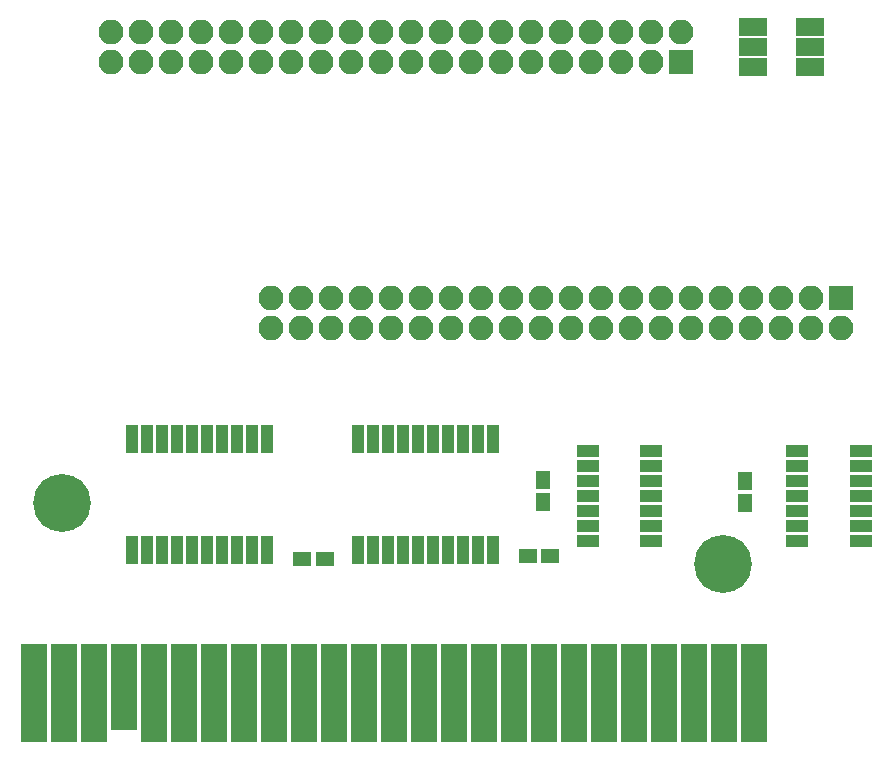
<source format=gbr>
G04 #@! TF.FileFunction,Soldermask,Top*
%FSLAX46Y46*%
G04 Gerber Fmt 4.6, Leading zero omitted, Abs format (unit mm)*
G04 Created by KiCad (PCBNEW 4.0.7) date 04/24/18 20:51:26*
%MOMM*%
%LPD*%
G01*
G04 APERTURE LIST*
%ADD10C,0.100000*%
%ADD11C,4.900000*%
%ADD12R,2.200000X8.400000*%
%ADD13R,2.200000X7.400000*%
%ADD14R,2.100000X2.100000*%
%ADD15O,2.100000X2.100000*%
%ADD16R,1.000000X2.350000*%
%ADD17R,1.600000X1.150000*%
%ADD18R,2.400000X1.500000*%
%ADD19R,1.900000X1.000000*%
%ADD20R,1.150000X1.600000*%
G04 APERTURE END LIST*
D10*
D11*
X185333640Y-98897440D03*
D12*
X187949840Y-109827440D03*
X185409840Y-109827440D03*
X182869840Y-109827440D03*
X180329840Y-109827440D03*
X177789840Y-109827440D03*
X175249840Y-109827440D03*
X172709840Y-109827440D03*
X170169840Y-109827440D03*
X167629840Y-109827440D03*
X165089840Y-109827440D03*
X162549840Y-109827440D03*
X160009840Y-109827440D03*
X157469840Y-109827440D03*
X154929840Y-109827440D03*
X152389840Y-109827440D03*
X149849840Y-109827440D03*
X147309840Y-109827440D03*
X144769840Y-109827440D03*
X142229840Y-109827440D03*
X139689840Y-109827440D03*
X137149840Y-109827440D03*
D13*
X134604760Y-109334680D03*
D12*
X132069840Y-109827440D03*
X129529840Y-109827440D03*
X126989840Y-109827440D03*
D11*
X129334260Y-93695520D03*
D14*
X181737000Y-56388000D03*
D15*
X181737000Y-53848000D03*
X179197000Y-56388000D03*
X179197000Y-53848000D03*
X176657000Y-56388000D03*
X176657000Y-53848000D03*
X174117000Y-56388000D03*
X174117000Y-53848000D03*
X171577000Y-56388000D03*
X171577000Y-53848000D03*
X169037000Y-56388000D03*
X169037000Y-53848000D03*
X166497000Y-56388000D03*
X166497000Y-53848000D03*
X163957000Y-56388000D03*
X163957000Y-53848000D03*
X161417000Y-56388000D03*
X161417000Y-53848000D03*
X158877000Y-56388000D03*
X158877000Y-53848000D03*
X156337000Y-56388000D03*
X156337000Y-53848000D03*
X153797000Y-56388000D03*
X153797000Y-53848000D03*
X151257000Y-56388000D03*
X151257000Y-53848000D03*
X148717000Y-56388000D03*
X148717000Y-53848000D03*
X146177000Y-56388000D03*
X146177000Y-53848000D03*
X143637000Y-56388000D03*
X143637000Y-53848000D03*
X141097000Y-56388000D03*
X141097000Y-53848000D03*
X138557000Y-56388000D03*
X138557000Y-53848000D03*
X136017000Y-56388000D03*
X136017000Y-53848000D03*
X133477000Y-56388000D03*
X133477000Y-53848000D03*
D14*
X195326000Y-76327000D03*
D15*
X195326000Y-78867000D03*
X192786000Y-76327000D03*
X192786000Y-78867000D03*
X190246000Y-76327000D03*
X190246000Y-78867000D03*
X187706000Y-76327000D03*
X187706000Y-78867000D03*
X185166000Y-76327000D03*
X185166000Y-78867000D03*
X182626000Y-76327000D03*
X182626000Y-78867000D03*
X180086000Y-76327000D03*
X180086000Y-78867000D03*
X177546000Y-76327000D03*
X177546000Y-78867000D03*
X175006000Y-76327000D03*
X175006000Y-78867000D03*
X172466000Y-76327000D03*
X172466000Y-78867000D03*
X169926000Y-76327000D03*
X169926000Y-78867000D03*
X167386000Y-76327000D03*
X167386000Y-78867000D03*
X164846000Y-76327000D03*
X164846000Y-78867000D03*
X162306000Y-76327000D03*
X162306000Y-78867000D03*
X159766000Y-76327000D03*
X159766000Y-78867000D03*
X157226000Y-76327000D03*
X157226000Y-78867000D03*
X154686000Y-76327000D03*
X154686000Y-78867000D03*
X152146000Y-76327000D03*
X152146000Y-78867000D03*
X149606000Y-76327000D03*
X149606000Y-78867000D03*
X147066000Y-76327000D03*
X147066000Y-78867000D03*
D16*
X165862000Y-88264000D03*
X164592000Y-88264000D03*
X163322000Y-88264000D03*
X162052000Y-88264000D03*
X160782000Y-88264000D03*
X159512000Y-88264000D03*
X158242000Y-88264000D03*
X156972000Y-88264000D03*
X155702000Y-88264000D03*
X154432000Y-88264000D03*
X154432000Y-97664000D03*
X155702000Y-97664000D03*
X156972000Y-97664000D03*
X158242000Y-97664000D03*
X159512000Y-97664000D03*
X160782000Y-97664000D03*
X162052000Y-97664000D03*
X163322000Y-97664000D03*
X164592000Y-97664000D03*
X165862000Y-97664000D03*
X146685000Y-88264000D03*
X145415000Y-88264000D03*
X144145000Y-88264000D03*
X142875000Y-88264000D03*
X141605000Y-88264000D03*
X140335000Y-88264000D03*
X139065000Y-88264000D03*
X137795000Y-88264000D03*
X136525000Y-88264000D03*
X135255000Y-88264000D03*
X135255000Y-97664000D03*
X136525000Y-97664000D03*
X137795000Y-97664000D03*
X139065000Y-97664000D03*
X140335000Y-97664000D03*
X141605000Y-97664000D03*
X142875000Y-97664000D03*
X144145000Y-97664000D03*
X145415000Y-97664000D03*
X146685000Y-97664000D03*
D17*
X149672000Y-98425000D03*
X151572000Y-98425000D03*
X168788000Y-98171000D03*
X170688000Y-98171000D03*
D18*
X187884000Y-53418000D03*
X187884000Y-55118000D03*
X187884000Y-56818000D03*
X192684000Y-56818000D03*
X192684000Y-55118000D03*
X192684000Y-53418000D03*
D19*
X173830000Y-89281000D03*
X173830000Y-90551000D03*
X173830000Y-91821000D03*
X173830000Y-93091000D03*
X173830000Y-94361000D03*
X173830000Y-95631000D03*
X173830000Y-96901000D03*
X179230000Y-96901000D03*
X179230000Y-95631000D03*
X179230000Y-94361000D03*
X179230000Y-93091000D03*
X179230000Y-91821000D03*
X179230000Y-90551000D03*
X179230000Y-89281000D03*
D20*
X170053000Y-91760000D03*
X170053000Y-93660000D03*
X187198000Y-91821000D03*
X187198000Y-93721000D03*
D19*
X191577000Y-89281000D03*
X191577000Y-90551000D03*
X191577000Y-91821000D03*
X191577000Y-93091000D03*
X191577000Y-94361000D03*
X191577000Y-95631000D03*
X191577000Y-96901000D03*
X196977000Y-96901000D03*
X196977000Y-95631000D03*
X196977000Y-94361000D03*
X196977000Y-93091000D03*
X196977000Y-91821000D03*
X196977000Y-90551000D03*
X196977000Y-89281000D03*
M02*

</source>
